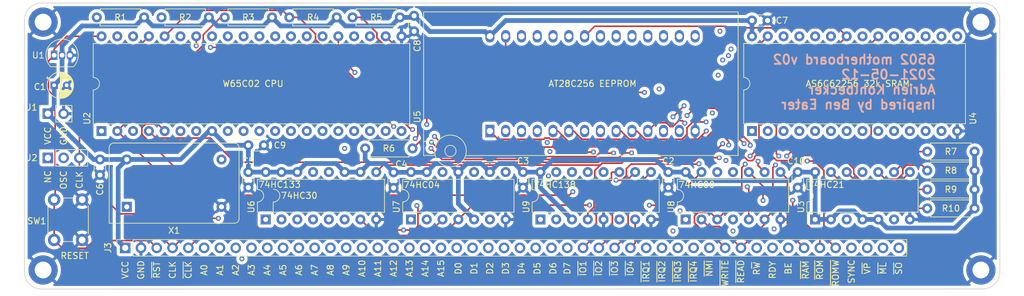
<source format=kicad_pcb>
(kicad_pcb (version 20211014) (generator pcbnew)
  (layers (0 "F.Cu" signal) (1 "In1.Cu" signal) (2 "In2.Cu" signal) (31 "B.Cu" power) (34 "B.Paste" user) (35 "F.Paste" user) (36 "B.SilkS" user "B.Silkscreen") (37 "F.SilkS" user "F.Silkscreen") (38 "B.Mask" user) (39 "F.Mask" user) (44 "Edge.Cuts" user))
  (net 0 "")
  (net 1 "GND")
  (net 2 "VCC")
  (net 3 "Net-(J2-Pad2)")
  (net 4 "/d7")
  (net 5 "/d6")
  (net 6 "/d5")
  (net 7 "/d4")
  (net 8 "/d3")
  (net 9 "/d2")
  (net 10 "/d1")
  (net 11 "/d0")
  (net 12 "/a15")
  (net 13 "/a14")
  (net 14 "/a13")
  (net 15 "/a12")
  (net 16 "/a11")
  (net 17 "/a10")
  (net 18 "/a9")
  (net 19 "/a8")
  (net 20 "/a7")
  (net 21 "/a6")
  (net 22 "/a5")
  (net 23 "/a4")
  (net 24 "/a3")
  (net 25 "/a2")
  (net 26 "/a1")
  (net 27 "/a0")
  (net 28 "Net-(U8-Pad1)")
  (net 43 "Net-(U9-Pad4)")
  (net 44 "/CLK")
  (net 45 "/~{READ}")
  (net 46 "/~{WRITE}")
  (net 47 "/NMI")
  (net 48 "/IRQ4")
  (net 49 "/IRQ3")
  (net 50 "/IRQ2")
  (net 51 "/IRQ1")
  (net 52 "/IO4")
  (net 53 "/IO3")
  (net 54 "/IO2")
  (net 55 "/IO1")
  (net 56 "/~{CLK}")
  (net 57 "/RST")
  (net 58 "/RW")
  (net 59 "/RDY")
  (net 60 "/BE")
  (net 61 "/RAM_~{CS}")
  (net 62 "/ROM_~{CS}")
  (net 63 "/ROM_~{WE}")
  (net 64 "/SYNC")
  (net 65 "/VP")
  (net 66 "/SO")
  (net 67 "/ML")
  (net 68 "/IRQ")
  (footprint "Capacitor_THT:CP_Radial_D4.0mm_P2.00mm" (layer "F.Cu") (at 62.738 94.742)
    (fp_text reference "C1")
    (fp_text value "1uF")
  )
  (footprint "Capacitor_THT:C_Disc_D3.0mm_W1.6mm_P2.50mm" (layer "F.Cu") (at 161.544 108.712 -90)
    (fp_text reference "C2")
    (fp_text value "0.1uF")
  )
  (footprint "Capacitor_THT:C_Disc_D3.0mm_W1.6mm_P2.50mm" (layer "F.Cu") (at 138.176 108.712 -90)
    (fp_text reference "C3")
    (fp_text value "0.1uF")
  )
  (footprint "Capacitor_THT:C_Disc_D3.0mm_W1.6mm_P2.50mm" (layer "F.Cu") (at 117.348 108.752 -90)
    (fp_text reference "C4")
    (fp_text value "0.1uF")
  )
  (footprint "Capacitor_THT:C_Disc_D3.0mm_W1.6mm_P2.50mm" (layer "F.Cu") (at 93.98 108.712 -90)
    (fp_text reference "C5")
    (fp_text value "0.1uF")
  )
  (footprint "Capacitor_THT:C_Disc_D3.0mm_W1.6mm_P2.50mm" (layer "F.Cu") (at 70.104 106.68 -90)
    (fp_text reference "C6")
    (fp_text value "0.1uF")
  )
  (footprint "Capacitor_THT:C_Disc_D3.0mm_W1.6mm_P2.50mm" (layer "F.Cu") (at 175.006 84.328)
    (fp_text reference "C7")
    (fp_text value "0.1uF")
  )
  (footprint "Capacitor_THT:C_Disc_D3.0mm_W1.6mm_P2.50mm" (layer "F.Cu") (at 120.65 83.566 -90)
    (fp_text reference "C8")
    (fp_text value "0.1uF")
  )
  (footprint "Capacitor_THT:C_Disc_D3.0mm_W1.6mm_P2.50mm" (layer "F.Cu") (at 93.98 104.394)
    (fp_text reference "C9")
    (fp_text value "0.1uF")
  )
  (footprint "Capacitor_THT:C_Disc_D3.0mm_W1.6mm_P2.50mm" (layer "F.Cu") (at 182.372 108.712 -90)
    (fp_text reference "C10")
    (fp_text value "0.1uF")
  )
  (footprint "Connector_PinSocket_2.54mm:PinSocket_1x03_P2.54mm_Vertical" (layer "F.Cu") (at 61.722 106.426 90)
    (fp_text reference "J2")
    (fp_text value "CLK_IN")
  )
  (footprint "Resistor_THT:R_Axial_DIN0207_L6.3mm_D2.5mm_P7.62mm_Horizontal" (layer "F.Cu") (at 80.01 83.82)
    (fp_text reference "R2")
    (fp_text value "10K")
  )
  (footprint "Resistor_THT:R_Axial_DIN0207_L6.3mm_D2.5mm_P7.62mm_Horizontal" (layer "F.Cu") (at 90.17 83.82)
    (fp_text reference "R3")
    (fp_text value "10K")
  )
  (footprint "Resistor_THT:R_Axial_DIN0207_L6.3mm_D2.5mm_P7.62mm_Horizontal" (layer "F.Cu") (at 100.584 83.82)
    (fp_text reference "R4")
    (fp_text value "10K")
  )
  (footprint "Resistor_THT:R_Axial_DIN0207_L6.3mm_D2.5mm_P7.62mm_Horizontal" (layer "F.Cu") (at 110.744 83.82)
    (fp_text reference "R5")
    (fp_text value "10K")
  )
  (footprint "Resistor_THT:R_Axial_DIN0207_L6.3mm_D2.5mm_P7.62mm_Horizontal" (layer "F.Cu") (at 112.776 104.902)
    (fp_text reference "R6")
    (fp_text value "10K")
  )
  (footprint "Resistor_THT:R_Axial_DIN0207_L6.3mm_D2.5mm_P7.62mm_Horizontal" (layer "F.Cu") (at 203.2 105.41)
    (fp_text reference "R7")
    (fp_text value "10K")
  )
  (footprint "Resistor_THT:R_Axial_DIN0207_L6.3mm_D2.5mm_P7.62mm_Horizontal" (layer "F.Cu") (at 203.2 108.458)
    (fp_text reference "R8")
    (fp_text value "10K")
  )
  (footprint "Resistor_THT:R_Axial_DIN0207_L6.3mm_D2.5mm_P7.62mm_Horizontal" (layer "F.Cu") (at 203.2 111.506)
    (fp_text reference "R9")
    (fp_text value "10K")
  )
  (footprint "Resistor_THT:R_Axial_DIN0207_L6.3mm_D2.5mm_P7.62mm_Horizontal" (layer "F.Cu") (at 203.2 114.554)
    (fp_text reference "R10")
    (fp_text value "10K")
  )
  (footprint "Button_Switch_THT:SW_PUSH_6mm" (layer "F.Cu") (at 62.738 119.634 90)
    (fp_text reference "SW1")
    (fp_text value "RESET")
  )
  (footprint "Package_TO_SOT_THT:TO-92_Inline" (layer "F.Cu") (at 62.738 89.916)
    (fp_text reference "U1")
    (fp_text value "DS1813")
  )
  (footprint "Package_DIP:DIP-40_W15.24mm" (layer "F.Cu") (at 70.358 102.108 90)
    (fp_text reference "U2")
    (fp_text value "W65C02SxP")
  )
  (footprint "Package_DIP:DIP-28_W15.24mm" (layer "F.Cu") (at 175.006 102.108 90)
    (fp_text reference "U4")
    (fp_text value "CY62256-70PC")
  )
  (footprint "Socket:DIP_Socket-28_W11.9_W12.7_W15.24_W17.78_W18.5_3M_228-1277-00-0602J" (layer "F.Cu") (at 132.842 102.108 90)
    (fp_text reference "U5")
    (fp_text value "28C256")
  )
  (footprint "Package_DIP:DIP-16_W7.62mm" (layer "F.Cu") (at 96.774 116.332 90)
    (fp_text reference "U6")
    (fp_text value "74HC133")
  )
  (footprint "Package_DIP:DIP-14_W7.62mm" (layer "F.Cu") (at 120.142 116.332 90)
    (fp_text reference "U7")
    (fp_text value "74HC04")
  )
  (footprint "Package_DIP:DIP-14_W7.62mm" (layer "F.Cu") (at 164.338 116.332 90)
    (fp_text reference "U8")
    (fp_text value "74HC00")
  )
  (footprint "Package_DIP:DIP-16_W7.62mm" (layer "F.Cu") (at 140.97 116.332 90)
    (fp_text reference "U9")
    (fp_text value "74HC138")
  )
  (footprint "Oscillator:Oscillator_DIP-14" (layer "F.Cu") (at 74.422 114.3)
    (fp_text reference "X1")
    (fp_text value "ACO-xxxMHz")
  )
  (footprint "AK's_Footprints:PinSocket_1x50_P2.54mm_Vertical" (layer "F.Cu") (at 74.168 120.904 90)
    (fp_text reference "J3")
    (fp_text value "Conn_01x50")
  )
  (footprint "Package_DIP:DIP-14_W7.62mm" (layer "F.Cu") (at 185.166 116.332 90)
    (fp_text reference "U3")
    (fp_text value "74HC21")
  )
  (footprint "Connector_PinSocket_2.54mm:PinSocket_1x02_P2.54mm_Vertical" (layer "F.Cu") (at 61.722 99.314 90)
    (fp_text reference "J1")
    (fp_text value "PWR_IN")
  )
  (footprint "MountingHole:MountingHole_2.7mm_M2.5_DIN965_Pad" (layer "F.Cu") (at 211.836 84.582)
    (fp_text reference "H1" hide)
    (fp_text value "MountingHole_Pad")
  )
  (footprint "MountingHole:MountingHole_2.7mm_M2.5_DIN965_Pad" (layer "F.Cu") (at 60.96 84.582)
    (fp_text reference "H2" hide)
    (fp_text value "MountingHole_Pad")
  )
  (footprint "MountingHole:MountingHole_2.7mm_M2.5_DIN965_Pad" (layer "F.Cu") (at 211.836 124.46)
    (fp_text reference "H3" hide)
    (fp_text value "MountingHole_Pad")
  )
  (footprint "MountingHole:MountingHole_2.7mm_M2.5_DIN965_Pad" (layer "F.Cu") (at 60.96 124.46)
    (fp_text reference "H4" hide)
    (fp_text value "MountingHole_Pad")
  )
  (footprint "Resistor_THT:R_Axial_DIN0207_L6.3mm_D2.5mm_P7.62mm_Horizontal" (layer "F.Cu") (at 69.596 83.82)
    (fp_text reference "R1")
    (fp_text value "10K")
  )
  (gr_arc (start 98.0186 111.470617) (mid 99.044438 112.513901) (end 97.984002 113.521999) (layer "F.SilkS") (width 0.12))
  (gr_line (start 97.984002 113.521999) (end 97.9678 115.1636) (layer "F.SilkS") (width 0.12))
  (gr_line (start 57.96 84.28) (end 57.96 124.762) (layer "Edge.Cuts") (width 0.12))
  (gr_line (start 212.114 127.508) (end 60.73 127.532) (layer "Edge.Cuts") (width 0.12))
  (gr_arc (start 57.96 84.28) (mid 58.771314 82.321314) (end 60.73 81.51) (layer "Edge.Cuts") (width 0.12))
  (gr_arc (start 212.09 81.51) (mid 214.048686 82.321314) (end 214.86 84.28) (layer "Edge.Cuts") (width 0.12))
  (gr_arc (start 214.884 124.738) (mid 214.072686 126.696686) (end 212.114 127.508) (layer "Edge.Cuts") (width 0.12))
  (gr_line (start 60.73 81.51) (end 212.09 81.51) (layer "Edge.Cuts") (width 0.12))
  (gr_arc (start 60.73 127.532) (mid 58.771314 126.720686) (end 57.96 124.762) (layer "Edge.Cuts") (width 0.12))
  (gr_line (start 214.86 84.28) (end 214.884 124.738) (layer "Edge.Cuts") (width 0.12))
  (gr_text "6502 motherboard v02\n2021-05-12\nAdrien Kohlbecker\nInspired by Ben Eater" (at 204.724 94.234) (layer "B.SilkS") (effects (font (size 1.5 1.5) (thickness 0.3)) (justify left mirror)))
  (gr_text "A1" (at 89.408 124.46 90) (layer "F.SilkS") (effects (font (size 1 1))))
  (gr_text "~{ML}" (at 196.088 124.206 90) (layer "F.SilkS") (effects (font (size 1 1))))
  (gr_text "SYNC" (at 191.008 124.714 90) (layer "F.SilkS") (effects (font (size 1 1))))
  (gr_text "~{VP}" (at 193.548 124.206 90) (layer "F.SilkS") (effects (font (size 1 1))))
  (gr_text "~{ROM}" (at 185.928 124.46 90) (layer "F.SilkS") (effects (font (size 1 1))))
  (gr_text "~{RAM}" (at 183.642 124.46 90) (layer "F.SilkS") (effects (font (size 1 1))))
  (gr_text "~{ROMW}" (at 188.468 124.968 90) (layer "F.SilkS") (effects (font (size 1 1))))
  (gr_text "BE" (at 180.848 124.206 90) (layer "F.SilkS") (effects (font (size 1 1))))
  (gr_text "~{SO}" (at 198.628 124.206 90) (layer "F.SilkS") (effects (font (size 1 1))))
  (gr_text "W65C02 CPU" (at 94.742 94.488) (layer "F.SilkS") (effects (font (size 1 1))))
  (gr_text "D2" (at 132.842 124.206 90) (layer "F.SilkS") (effects (font (size 1 1))))
  (gr_text "74HC30" (at 102.1588 112.4966) (layer "F.SilkS") (effects (font (size 1 1))))
  (gr_text "VCC" (at 74.168 124.46 90) (layer "F.SilkS") (effects (font (size 1 1))))
  (gr_text "~{CLK}" (at 84.328 124.46 90) (layer "F.SilkS") (effects (font (size 1 1))))
  (gr_text "~{READ}" (at 173.228 124.714 90) (layer "F.SilkS") (effects (font (size 1 1))))
  (gr_text "A15" (at 124.968 124.206 90) (layer "F.SilkS") (effects (font (size 1 1))))
  (gr_text "RESET" (at 66.04 122.174) (layer "F.SilkS") (effects (font (size 1 1))))
  (gr_text "D0" (at 127.762 124.206 90) (layer "F.SilkS") (effects (font (size 1 1))))
  (gr_text "A13" (at 119.888 124.206 90) (layer "F.SilkS") (effects (font (size 1 1))))
  (gr_text "A14" (at 122.428 124.206 90) (layer "F.SilkS") (effects (font (size 1 1))))
  (gr_text "R~{W}" (at 175.768 124.206 90) (layer "F.SilkS") (effects (font (size 1 1))))
  (gr_text "74HC04" (at 121.8692 110.7694) (layer "F.SilkS") (effects (font (size 1 1))))
  (gr_text "A3" (at 94.488 124.46 90) (layer "F.SilkS") (effects (font (size 1 1))))
  (gr_text "~{WRITE}" (at 170.688 124.968 90) (layer "F.SilkS") (effects (font (size 1 1))))
  (gr_text "A5" (at 99.568 124.46 90) (layer "F.SilkS") (effects (font (size 1 1))))
  (gr_text "~{IO1}" (at 147.828 124.206 90) (layer "F.SilkS") (effects (font (size 1 1))))
  (gr_text "GND" (at 64.262 102.87 90) (layer "F.SilkS") (effects (font (size 1 1))))
  (gr_text "A10" (at 112.268 124.206 90) (layer "F.SilkS") (effects (font (size 1 1))))
  (gr_text "OSC" (at 64.262 109.982 90) (layer "F.SilkS") (effects (font (size 1 1))))
  (gr_text "AS6C62256 32k SRAM" (at 192.024 94.488) (layer "F.SilkS") (effects (font (size 1 1))))
  (gr_text "~{IRQ2}" (at 160.528 124.714 90) (layer "F.SilkS") (effects (font (size 1 1))))
  (gr_text "~{RST}" (at 79.248 124.46 90) (layer "F.SilkS") (effects (font (size 1 1))))
  (gr_text "D6" (at 143.002 124.206 90) (layer "F.SilkS") (effects (font (size 1 1))))
  (gr_text "CLK" (at 66.802 109.982 90) (layer "F.SilkS") (effects (font (size 1 1))))
  (gr_text "~{IO3}" (at 152.908 124.206 90) (layer "F.SilkS") (effects (font (size 1 1))))
  (gr_text "D3" (at 135.382 124.206 90) (layer "F.SilkS") (effects (font (size 1 1))))
  (gr_text "A11" (at 114.808 124.206 90) (layer "F.SilkS") (effects (font (size 1 1))))
  (gr_text "~{IO4}" (at 155.448 124.206 90) (layer "F.SilkS") (effects (font (size 1 1))))
  (gr_text "~{IRQ4}" (at 165.608 124.714 90) (layer "F.SilkS") (effects (font (size 1 1))))
  (gr_text "A0" (at 86.868 124.46 90) (layer "F.SilkS") (effects (font (size 1 1))))
  (gr_text "VCC" (at 61.722 102.87 90) (layer "F.SilkS") (effects (font (size 1 1))))
  (gr_text "D5" (at 140.462 124.206 90) (layer "F.SilkS") (effects (font (size 1 1))))
  (gr_text "74HC21" (at 186.944 110.744) (layer "F.SilkS") (effects (font (size 1 1))))
  (gr_text "74HC138" (at 143.256 110.744) (layer "F.SilkS") (effects (font (size 1 1))))
  (gr_text "74HC00" (at 166.116 110.744) (layer "F.SilkS") (effects (font (size 1 1))))
  (gr_text "A9" (at 109.728 124.46 90) (layer "F.SilkS") (effects (font (size 1 1))))
  (gr_text "A4" (at 97.028 124.46 90) (layer "F.SilkS") (effects (font (size 1 1))))
  (gr_text "D1" (at 130.302 124.206 90) (layer "F.SilkS") (effects (font (size 1 1))))
  (gr_text "~{NMI}" (at 168.148 124.206 90) (layer "F.SilkS") (effects (font (size 1 1))))
  (gr_text "GND" (at 76.708 124.46 90) (layer "F.SilkS") (effects (font (size 1 1))))
  (gr_text "NC" (at 61.722 109.474 90) (layer "F.SilkS") (effects (font (size 1 1))))
  (gr_text "A12" (at 117.348 124.206 90) (layer "F.SilkS") (effects (font (size 1 1))))
  (gr_text "A7" (at 104.648 124.46 90) (layer "F.SilkS") (effects (font (size 1 1))))
  (gr_text "A8" (at 107.188 124.46 90) (layer "F.SilkS") (effects (font (size 1 1))))
  (gr_text "RDY" (at 178.308 124.46 90) (layer "F.SilkS") (effects (font (size 1 1))))
  (gr_text "~{IO2}" (at 150.368 124.206 90) (layer "F.SilkS") (effects (font (size 1 1))))
  (gr_text "D4" (at 137.922 124.206 90) (layer "F.SilkS") (effects (font (size 1 1))))
  (gr_text "AT28C256 EEPROM" (at 149.352 94.488) (layer "F.SilkS") (effects (font (size 1 1))))
  (gr_text "CLK" (at 81.788 124.46 90) (layer "F.SilkS") (effects (font (size 1 1))))
  (gr_text "~{IRQ1}" (at 157.988 124.714 90) (layer "F.SilkS") (effects (font (size 1 1))))
  (gr_text "A6" (at 102.108 124.46 90) (layer "F.SilkS") (effects (font (size 1 1))))
  (gr_text "D7" (at 145.288 124.206 90) (layer "F.SilkS") (effects (font (size 1 1))))
  (gr_text "~{IRQ3}" (at 163.068 124.714 90) (layer "F.SilkS") (effects (font (size 1 1))))
  (gr_text "74HC133" (at 99.0092 110.7186) (layer "F.SilkS") (effects (font (size 1 1))))
  (gr_text "A2" (at 91.948 124.46 90) (layer "F.SilkS") (effects (font (size 1 1))))
  (segment (start 138.176 108.712) (end 140.97 108.712) (width 0.762) (layer "B.Cu") (net 2))
  (segment (start 96.408999 85.201001) (end 97.79 83.82) (width 0.762) (layer "B.Cu") (net 2))
  (segment (start 196.707001 117.713001) (end 207.660999 117.713001) (width 0.762) (layer "B.Cu") (net 2))
  (segment (start 69.088 106.68) (end 70.104 106.68) (width 0.762) (layer "B.Cu") (net 2))
  (segment (start 195.326 116.332) (end 196.707001 117.713001) (width 0.762) (layer "B.Cu") (net 2))
  (segment (start 62.738 98.298) (end 61.722 99.314) (width 0.762) (layer "B.Cu") (net 2))
  (segment (start 175.006 84.328) (end 135.382 84.328) (width 0.762) (layer "B.Cu") (net 2))
  (segment (start 187.706 116.332) (end 189.087001 114.950999) (width 0.762) (layer "B.Cu") (net 2))
  (segment (start 108.092999 107.330999) (end 109.474 108.712) (width 0.762) (layer "B.Cu") (net 2))
  (segment (start 61.722 99.314) (end 69.088 106.68) (width 0.762) (layer "B.Cu") (net 2))
  (segment (start 90.424 104.394) (end 88.138 102.108) (width 0.762) (layer "B.Cu") (net 2))
  (segment (start 120.65 83.566) (end 123.19 86.106) (width 0.762) (layer "B.Cu") (net 2))
  (segment (start 87.641882 102.108) (end 88.138 102.108) (width 0.762) (layer "B.Cu") (net 2))
  (segment (start 189.087001 114.950999) (end 191.404999 114.950999) (width 0.762) (layer "B.Cu") (net 2))
  (segment (start 62.738 94.742) (end 62.738 98.298) (width 0.762) (layer "B.Cu") (net 2))
  (segment (start 140.97 108.712) (end 140.97 111.252) (width 0.762) (layer "B.Cu") (net 2))
  (segment (start 127.762 108.712) (end 129.143001 107.330999) (width 0.762) (layer "B.Cu") (net 2))
  (segment (start 127.762 113.792) (end 130.302 116.332) (width 0.762) (layer "B.Cu") (net 2))
  (segment (start 112.776 104.902) (end 112.776 106.711998) (width 0.762) (layer "B.Cu") (net 2))
  (segment (start 191.404999 114.950999) (end 192.786 116.332) (width 0.762) (layer "B.Cu") (net 2))
  (segment (start 122.682 108.712) (end 124.063001 107.330999) (width 0.762) (layer "B.Cu") (net 2))
  (segment (start 182.372 108.712) (end 185.166 108.712) (width 0.762) (layer "B.Cu") (net 2))
  (segment (start 185.166 116.332) (end 187.706 116.332) (width 0.762) (layer "B.Cu") (net 2))
  (segment (start 135.382 84.328) (end 132.842 86.868) (width 0.762) (layer "B.Cu") (net 2))
  (segment (start 132.842 108.712) (end 134.223001 107.330999) (width 0.762) (layer "B.Cu") (net 2))
  (segment (start 74.168 120.904) (end 73.040999 119.776999) (width 0.762) (layer "B.Cu") (net 2))
  (segment (start 165.719001 110.093001) (end 180.990999 110.093001) (width 0.762) (layer "B.Cu") (net 2))
  (segment (start 207.660999 117.713001) (end 210.82 114.554) (width 0.762) (layer "B.Cu") (net 2))
  (segment (start 129.143001 107.330999) (end 131.460999 107.330999) (width 0.762) (layer "B.Cu") (net 2))
  (segment (start 122.642 108.752) (end 122.682 108.712) (width 0.762) (layer "B.Cu") (net 2))
  (segment (start 75.834999 85.201001) (end 77.216 83.82) (width 0.762) (layer "B.Cu") (net 2))
  (segment (start 120.396 83.82) (end 120.65 83.566) (width 0.762) (layer "B.Cu") (net 2))
  (segment (start 64.008 93.472) (end 62.738 94.742) (width 0.762) (layer "B.Cu") (net 2))
  (segment (start 106.822999 85.201001) (end 108.204 83.82) (width 0.762) (layer "B.Cu") (net 2))
  (segment (start 103.235001 107.330999) (end 108.092999 107.330999) (width 0.762) (layer "B.Cu") (net 2))
  (segment (start 74.422 106.68) (end 83.069882 106.68) (width 0.762) (layer "B.Cu") (net 2))
  (segment (start 112.776 106.711998) (end 113.395001 107.330999) (width 0.762) (layer "B.Cu") (net 2))
  (segment (start 87.63 83.82) (end 89.011001 85.201001) (width 0.762) (layer "B.Cu") (net 2))
  (segment (start 131.460999 107.330999) (end 132.842 108.712) (width 0.762) (layer "B.Cu") (net 2))
  (segment (start 118.364 83.82) (end 120.396 83.82) (width 0.762) (layer "B.Cu") (net 2))
  (segment (start 109.474 108.712) (end 112.014 108.712) (width 0.762) (layer "B.Cu") (net 2))
  (segment (start 99.171001 85.201001) (end 106.822999 85.201001) (width 0.762) (layer "B.Cu") (net 2))
  (segment (start 113.395001 107.330999) (end 115.926999 107.330999) (width 0.762) (layer "B.Cu") (net 2))
  (segment (start 142.967001 106.714999) (end 159.546999 106.714999) (width 0.762) (layer "B.Cu") (net 2))
  (segment (start 117.348 108.752) (end 122.642 108.752) (width 0.762) (layer "B.Cu") (net 2))
  (segment (start 134.223001 107.330999) (end 136.794999 107.330999) (width 0.762) (layer "B.Cu") (net 2))
  (segment (start 180.990999 110.093001) (end 182.372 108.712) (width 0.762) (layer "B.Cu") (net 2))
  (segment (start 64.008 89.916) (end 64.008 93.472) (width 0.762) (layer "B.Cu") (net 2))
  (segment (start 93.98 104.394) (end 90.424 104.394) (width 0.762) (layer "B.Cu") (net 2))
  (segment (start 124.063001 107.330999) (end 126.380999 107.330999) (width 0.762) (layer "B.Cu") (net 2))
  (segment (start 175.006 86.868) (end 175.006 84.328) (width 0.762) (layer "B.Cu") (net 2))
  (segment (start 109.585001 85.201001) (end 116.982999 85.201001) (width 0.762) (layer "B.Cu") (net 2))
  (segment (start 127.762 108.712) (end 127.762 113.792) (width 0.762) (layer "B.Cu") (net 2))
  (segment (start 78.597001 85.201001) (end 86.248999 85.201001) (width 0.762) (layer "B.Cu") (net 2))
  (segment (start 115.926999 107.330999) (end 117.348 108.752) (width 0.762) (layer "B.Cu") (net 2))
  (segment (start 112.014 108.712) (end 113.395001 107.330999) (width 0.762) (layer "B.Cu") (net 2))
  (segment (start 101.854 108.712) (end 103.235001 107.330999) (width 0.762) (layer "B.Cu") (net 2))
  (segment (start 73.040999 108.061001) (end 74.422 106.68) (width 0.762) (layer "B.Cu") (net 2))
  (segment (start 132.08 86.106) (end 132.842 86.868) (width 0.762) (layer "B.Cu") (net 2))
  (segment (start 89.011001 85.201001) (end 96.408999 85.201001) (width 0.762) (layer "B.Cu") (net 2))
  (segment (start 164.338 108.712) (end 165.719001 110.093001) (width 0.762) (layer "B.Cu") (net 2))
  (segment (start 116.982999 85.201001) (end 118.364 83.82) (width 0.762) (layer "B.Cu") (net 2))
  (segment (start 64.008 89.916) (end 64.008 88.404) (width 0.762) (layer "B.Cu") (net 2))
  (segment (start 93.98 108.712) (end 93.98 104.394) (width 0.762) (layer "B.Cu") (net 2))
  (segment (start 118.364 83.82) (end 120.904 83.82) (width 0.762) (layer "B.Cu") (net 2))
  (segment (start 159.546999 106.714999) (end 161.544 108.712) (width 0.762) (layer "B.Cu") (net 2))
  (segment (start 97.79 83.82) (end 99.171001 85.201001) (width 0.762) (layer "B.Cu") (net 2))
  (segment (start 161.544 108.712) (end 164.338 108.712) (width 0.762) (layer "B.Cu") (net 2))
  (segment (start 93.98 108.712) (end 101.854 108.712) (width 0.762) (layer "B.Cu") (net 2))
  (segment (start 123.19 86.106) (end 132.08 86.106) (width 0.762) (layer "B.Cu") (net 2))
  (segment (start 140.97 111.252) (end 146.05 116.332) (width 0.762) (layer "B.Cu") (net 2))
  (segment (start 73.040999 119.776999) (end 73.040999 108.061001) (width 0.762) (layer "B.Cu") (net 2))
  (segment (start 136.794999 107.330999) (end 138.176 108.712) (width 0.762) (layer "B.Cu") (net 2))
  (segment (start 108.204 83.82) (end 109.585001 85.201001) (width 0.762) (layer "B.Cu") (net 2))
  (segment (start 64.008 88.404) (end 67.210999 85.201001) (width 0.762) (layer "B.Cu") (net 2))
  (segment (start 185.166 108.712) (end 185.166 116.332) (width 0.762) (layer "B.Cu") (net 2))
  (segment (start 192.786 116.332) (end 195.326 116.332) (width 0.762) (layer "B.Cu") (net 2))
  (segment (start 67.210999 85.201001) (end 75.834999 85.201001) (width 0.762) (layer "B.Cu") (net 2))
  (segment (start 86.248999 85.201001) (end 87.63 83.82) (width 0.762) (layer "B.Cu") (net 2))
  (segment (start 126.380999 107.330999) (end 127.762 108.712) (width 0.762) (layer "B.Cu") (net 2))
  (segment (start 210.82 114.554) (end 210.82 105.41) (width 0.762) (layer "B.Cu") (net 2))
  (segment (start 70.104 106.68) (end 74.422 106.68) (width 0.762) (layer "B.Cu") (net 2))
  (segment (start 83.069882 106.68) (end 87.641882 102.108) (width 0.762) (layer "B.Cu") (net 2))
  (segment (start 140.97 108.712) (end 142.967001 106.714999) (width 0.762) (layer "B.Cu") (net 2))
  (segment (start 77.216 83.82) (end 78.597001 85.201001) (width 0.762) (layer "B.Cu") (net 2))
  (via (at 169.854914 86.047063) (size 0.8) (drill 0.4) (layers "F.Cu" "B.Cu") (net 4))
  (via (at 171.634012 88.929644) (size 0.8) (drill 0.4) (layers "F.Cu" "B.Cu") (net 5))
  (via (at 171.216983 89.979036) (size 0.8) (drill 0.4) (layers "F.Cu" "B.Cu") (net 6))
  (via (at 170.293845 90.678008) (size 0.8) (drill 0.4) (layers "F.Cu" "B.Cu") (net 7))
  (via (at 169.566835 93.124983) (size 0.8) (drill 0.4) (layers "F.Cu" "B.Cu") (net 8))
  (segment (start 164.084 98.044) (end 162.306 99.822) (width 0.254) (layer "F.Cu") (net 10))
  (via (at 162.306 99.822) (size 0.8) (drill 0.4) (layers "F.Cu" "B.Cu") (net 10))
  (via (at 164.084 98.044) (size 0.8) (drill 0.4) (layers "F.Cu" "B.Cu") (net 10))
  (segment (start 162.27499 101.394315) (end 163.226665 100.44264) (width 0.254) (layer "F.Cu") (net 11))
  (segment (start 161.236979 100.780991) (end 161.850303 101.394315) (width 0.254) (layer "F.Cu") (net 11))
  (segment (start 163.800334 100.44264) (end 164.200333 100.842639) (width 0.254) (layer "F.Cu") (net 11))
  (segment (start 161.850303 101.394315) (end 162.27499 101.394315) (width 0.254) (layer "F.Cu") (net 11))
  (segment (start 158.242 102.108) (end 159.569009 100.780991) (width 0.254) (layer "F.Cu") (net 11))
  (segment (start 163.226665 100.44264) (end 163.800334 100.44264) (width 0.254) (layer "F.Cu") (net 11))
  (segment (start 159.569009 100.780991) (end 161.236979 100.780991) (width 0.254) (layer "F.Cu") (net 11))
  (via (at 164.200333 100.842639) (size 0.8) (drill 0.4) (layers "F.Cu" "B.Cu") (net 11))
  (segment (start 108.458 90.010624) (end 108.458 86.868) (width 0.25) (layer "F.Cu") (net 12))
  (segment (start 111.122376 92.675) (end 108.458 90.010624) (width 0.25) (layer "F.Cu") (net 12))
  (via (at 109.474 104.902) (size 0.8) (drill 0.4) (layers "F.Cu" "B.Cu") (net 12))
  (via (at 111.122376 92.675) (size 0.8) (drill 0.4) (layers "F.Cu" "B.Cu") (net 12))
  (segment (start 169.63234 104.797041) (end 170.286349 104.143032) (width 0.254) (layer "F.Cu") (net 13))
  (segment (start 154.704144 104.797043) (end 156.602082 104.797043) (width 0.254) (layer "F.Cu") (net 13))
  (segment (start 145.679237 104.648) (end 154.555101 104.648) (width 0.254) (layer "F.Cu") (net 13))
  (segment (start 134.16901 103.43501) (end 141.506278 103.43501) (width 0.254) (layer "F.Cu") (net 13))
  (segment (start 142.568315 103.43501) (end 144.466247 103.43501) (width 0.254) (layer "F.Cu") (net 13))
  (segment (start 141.712301 103.228987) (end 142.362292 103.228987) (width 0.254) (layer "F.Cu") (net 13))
  (segment (start 156.602082 104.797043) (end 157.05609 105.251051) (width 0.254) (layer "F.Cu") (net 13))
  (segment (start 144.466247 103.43501) (end 145.679237 104.648) (width 0.254) (layer "F.Cu") (net 13))
  (segment (start 132.842 102.108) (end 134.16901 103.43501) (width 0.254) (layer "F.Cu") (net 13))
  (segment (start 154.555101 104.648) (end 154.704144 104.797043) (width 0.254) (layer "F.Cu") (net 13))
  (segment (start 165.235417 105.251051) (end 165.689427 104.797041) (width 0.254) (layer "F.Cu") (net 13))
  (segment (start 141.506278 103.43501) (end 141.712301 103.228987) (width 0.254) (layer "F.Cu") (net 13))
  (segment (start 142.362292 103.228987) (end 142.568315 103.43501) (width 0.254) (layer "F.Cu") (net 13))
  (segment (start 165.689427 104.797041) (end 169.63234 104.797041) (width 0.254) (layer "F.Cu") (net 13))
  (segment (start 157.05609 105.251051) (end 165.235417 105.251051) (width 0.254) (layer "F.Cu") (net 13))
  (via (at 170.286349 104.143032) (size 0.8) (drill 0.4) (layers "F.Cu" "B.Cu") (net 13))
  (segment (start 122.682 93.472) (end 122.682 101.053998) (width 0.254) (layer "F.Cu") (net 15))
  (segment (start 118.950048 118.031952) (end 113.713952 118.031952) (width 0.254) (layer "F.Cu") (net 15))
  (segment (start 120.63065 118.031952) (end 121.269001 117.393601) (width 0.254) (layer "F.Cu") (net 15))
  (segment (start 121.269001 117.393601) (end 121.269001 114.279174) (width 0.254) (layer "F.Cu") (net 15))
  (segment (start 118.950048 118.031952) (end 120.63065 118.031952) (width 0.254) (layer "F.Cu") (net 15))
  (segment (start 113.713952 118.031952) (end 112.014 116.332) (width 0.254) (layer "F.Cu") (net 15))
  (segment (start 116.078 86.868) (end 122.682 93.472) (width 0.254) (layer "F.Cu") (net 15))
  (segment (start 121.269001 114.279174) (end 121.096913 114.107086) (width 0.254) (layer "F.Cu") (net 15))
  (via (at 121.096913 114.107086) (size 0.8) (drill 0.4) (layers "F.Cu" "B.Cu") (net 15))
  (via (at 142.061251 103.956) (size 0.8) (drill 0.4) (layers "F.Cu" "B.Cu") (net 15))
  (via (at 122.682 101.053998) (size 0.8) (drill 0.4) (layers "F.Cu" "B.Cu") (net 15))
  (via (at 118.950048 118.031952) (size 0.8) (drill 0.4) (layers "F.Cu" "B.Cu") (net 15))
  (segment (start 143.781305 102.108) (end 145.562326 103.889021) (width 0.254) (layer "F.Cu") (net 22))
  (segment (start 143.002 102.108) (end 143.781305 102.108) (width 0.254) (layer "F.Cu") (net 22))
  (segment (start 154.43819 103.889021) (end 154.892201 104.343032) (width 0.254) (layer "F.Cu") (net 22))
  (segment (start 170.023643 102.562011) (end 171.261328 103.799696) (width 0.254) (layer "F.Cu") (net 22))
  (segment (start 145.562326 103.889021) (end 154.43819 103.889021) (width 0.254) (layer "F.Cu") (net 22))
  (segment (start 169.872205 102.562011) (end 170.023643 102.562011) (width 0.254) (layer "F.Cu") (net 22))
  (segment (start 154.892201 104.343032) (end 156.790135 104.343032) (width 0.254) (layer "F.Cu") (net 22))
  (segment (start 157.244146 104.797041) (end 165.047359 104.797041) (width 0.254) (layer "F.Cu") (net 22))
  (segment (start 165.047359 104.797041) (end 165.501368 104.343032) (width 0.254) (layer "F.Cu") (net 22))
  (segment (start 165.501368 104.343032) (end 168.091185 104.343031) (width 0.254) (layer "F.Cu") (net 22))
  (segment (start 171.261328 103.799696) (end 171.261328 104.365381) (width 0.254) (layer "F.Cu") (net 22))
  (segment (start 156.790135 104.343032) (end 157.244146 104.797041) (width 0.254) (layer "F.Cu") (net 22))
  (segment (start 168.091185 104.343031) (end 169.872205 102.562011) (width 0.254) (layer "F.Cu") (net 22))
  (via (at 142.494 105.41) (size 0.8) (drill 0.4) (layers "F.Cu" "B.Cu") (net 22))
  (via (at 171.261328 104.365381) (size 0.8) (drill 0.4) (layers "F.Cu" "B.Cu") (net 22))
  (segment (start 168.72496 102.108) (end 171.704 102.108) (width 0.254) (layer "F.Cu") (net 23))
  (segment (start 145.542 102.108) (end 146.321305 102.108) (width 0.254) (layer "F.Cu") (net 23))
  (segment (start 155.080258 103.889021) (end 156.97819 103.889021) (width 0.254) (layer "F.Cu") (net 23))
  (segment (start 147.648315 103.43501) (end 154.626247 103.43501) (width 0.254) (layer "F.Cu") (net 23))
  (segment (start 156.97819 103.889021) (end 157.432202 104.343031) (width 0.254) (layer "F.Cu") (net 23))
  (segment (start 154.626247 103.43501) (end 155.080258 103.889021) (width 0.254) (layer "F.Cu") (net 23))
  (segment (start 157.432202 104.343031) (end 164.859301 104.343031) (width 0.254) (layer "F.Cu") (net 23))
  (segment (start 171.704 102.108) (end 173.736 104.14) (width 0.254) (layer "F.Cu") (net 23))
  (segment (start 165.313311 103.889021) (end 166.943939 103.889021) (width 0.254) (layer "F.Cu") (net 23))
  (segment (start 146.321305 102.108) (end 147.648315 103.43501) (width 0.254) (layer "F.Cu") (net 23))
  (segment (start 166.943939 103.889021) (end 168.72496 102.108) (width 0.254) (layer "F.Cu") (net 23))
  (segment (start 164.859301 104.343031) (end 165.313311 103.889021) (width 0.254) (layer "F.Cu") (net 23))
  (via (at 142.2578 109.3381) (size 0.8) (drill 0.4) (layers "F.Cu" "B.Cu") (net 23))
  (via (at 173.736 104.14) (size 0.8) (drill 0.4) (layers "F.Cu" "B.Cu") (net 23))
  (via (at 168.628745 99.20969) (size 0.8) (drill 0.4) (layers "F.Cu" "B.Cu") (net 24))
  (via (at 160.070839 95.342009) (size 0.8) (drill 0.4) (layers "F.Cu" "B.Cu") (net 24))
  (segment (start 153.162 102.108) (end 153.941305 102.108) (width 0.254) (layer "F.Cu") (net 26))
  (segment (start 164.671243 103.889021) (end 165.125254 103.43501) (width 0.254) (layer "F.Cu") (net 26))
  (segment (start 155.268315 103.43501) (end 157.166247 103.43501) (width 0.254) (layer "F.Cu") (net 26))
  (segment (start 165.125254 103.43501) (end 166.321977 103.43501) (width 0.254) (layer "F.Cu") (net 26))
  (segment (start 153.941305 102.108) (end 155.268315 103.43501) (width 0.254) (layer "F.Cu") (net 26))
  (segment (start 157.166247 103.43501) (end 157.620258 103.889021) (width 0.254) (layer "F.Cu") (net 26))
  (segment (start 166.321977 103.43501) (end 167.653895 102.103092) (width 0.254) (layer "F.Cu") (net 26))
  (segment (start 157.620258 103.889021) (end 164.671243 103.889021) (width 0.254) (layer "F.Cu") (net 26))
  (via (at 167.653895 102.103092) (size 0.8) (drill 0.4) (layers "F.Cu" "B.Cu") (net 26))
  (segment (start 163.755685 103.43501) (end 164.549294 102.641401) (width 0.254) (layer "F.Cu") (net 27))
  (segment (start 164.549294 101.56964) (end 165.469843 100.649091) (width 0.254) (layer "F.Cu") (net 27))
  (segment (start 156.481305 102.108) (end 157.808315 103.43501) (width 0.254) (layer "F.Cu") (net 27))
  (segment (start 155.702 102.108) (end 156.481305 102.108) (width 0.254) (layer "F.Cu") (net 27))
  (segment (start 165.469843 100.649091) (end 167.625421 100.649091) (width 0.254) (layer "F.Cu") (net 27))
  (segment (start 164.549294 102.641401) (end 164.549294 101.56964) (width 0.254) (layer "F.Cu") (net 27))
  (segment (start 157.808315 103.43501) (end 163.755685 103.43501) (width 0.254) (layer "F.Cu") (net 27))
  (via (at 167.625421 100.649091) (size 0.8) (drill 0.4) (layers "F.Cu" "B.Cu") (net 27))
  (segment (start 115.681001 107.584999) (end 114.554 108.712) (width 0.254) (layer "F.Cu") (net 43))
  (segment (start 150.589039 107.584999) (end 115.681001 107.584999) (width 0.254) (layer "F.Cu") (net 43))
  (segment (start 177.038 108.712) (end 175.979869 107.653869) (width 0.254) (layer "F.Cu") (net 43))
  (segment (start 150.589039 107.584999) (end 150.89265 107.281388) (width 0.254) (layer "F.Cu") (net 43))
  (segment (start 149.717001 112.022933) (end 149.717001 108.457037) (width 0.254) (layer "F.Cu") (net 43))
  (segment (start 149.717001 108.457037) (end 150.677019 107.497019) (width 0.254) (layer "F.Cu") (net 43))
  (segment (start 149.59927 114.331487) (end 149.59927 112.140664) (width 0.254) (layer "F.Cu") (net 43))
  (segment (start 148.59 115.340757) (end 149.59927 114.331487) (width 0.254) (layer "F.Cu") (net 43))
  (segment (start 150.677019 107.497019) (end 150.589039 107.584999) (width 0.254) (layer "F.Cu") (net 43))
  (segment (start 154.019109 107.281388) (end 154.366497 106.934) (width 0.254) (layer "F.Cu") (net 43))
  (segment (start 148.59 116.332) (end 148.59 115.340757) (width 0.254) (layer "F.Cu") (net 43))
  (segment (start 166.289599 106.39101) (end 169.736817 106.39101) (width 0.254) (layer "F.Cu") (net 43))
  (segment (start 150.89265 107.281388) (end 154.019109 107.281388) (width 0.254) (layer "F.Cu") (net 43))
  (segment (start 165.746609 106.934) (end 166.289599 106.39101) (width 0.254) (layer "F.Cu") (net 43))
  (segment (start 154.366497 106.934) (end 165.746609 106.934) (width 0.254) (layer "F.Cu") (net 43))
  (segment (start 175.979869 107.653869) (end 175.979869 106.973915) (width 0.254) (layer "F.Cu") (net 43))
  (segment (start 149.59927 112.140664) (end 149.717001 112.022933) (width 0.254) (layer "F.Cu") (net 43))
  (via (at 169.736817 106.39101) (size 0.8) (drill 0.4) (layers "F.Cu" "B.Cu") (net 43))
  (via (at 175.979869 106.973915) (size 0.8) (drill 0.4) (layers "F.Cu" "B.Cu") (net 43))
  (segment (start 122.637021 118.916979) (end 83.775021 118.916979) (width 0.254) (layer "F.Cu") (net 44))
  (segment (start 76.311001 115.427001) (end 73.360399 115.427001) (width 0.254) (layer "F.Cu") (net 44))
  (segment (start 66.802 108.868602) (end 66.802 106.426) (width 0.254) (layer "F.Cu") (net 44))
  (segment (start 77.978 86.868) (end 66.802 98.044) (width 0.254) (layer "F.Cu") (net 44))
  (segment (start 73.360399 115.427001) (end 66.802 108.868602) (width 0.254) (layer "F.Cu") (net 44))
  (segment (start 83.775021 118.916979) (end 81.788 120.904) (width 0.254) (layer "F.Cu") (net 44))
  (segment (start 66.802 98.044) (end 66.802 106.426) (width 0.254) (layer "F.Cu") (net 44))
  (segment (start 125.222 116.332) (end 122.637021 118.916979) (width 0.254) (layer "F.Cu") (net 44))
  (segment (start 81.788 120.904) (end 76.311001 115.427001) (width 0.254) (layer "F.Cu") (net 44))
  (segment (start 168.005001 117.459001) (end 169.783001 117.459001) (width 0.254) (layer "F.Cu") (net 45))
  (segment (start 171.045115 85.502976) (end 188.880976 85.502976) (width 0.254) (layer "F.Cu") (net 45))
  (segment (start 170.791115 85.248976) (end 171.045115 85.502976) (width 0.254) (layer "F.Cu") (net 45))
  (segment (start 178.924001 105.737011) (end 179.324 106.13701) (width 0.254) (layer "F.Cu") (net 45))
  (segment (start 148.082 86.868) (end 149.701024 85.248976) (width 0.254) (layer "F.Cu") (net 45))
  (segment (start 188.880976 85.502976) (end 190.246 86.868) (width 0.254) (layer "F.Cu") (net 45))
  (segment (start 190.246 86.868) (end 178.924001 98.189999) (width 0.254) (layer "F.Cu") (net 45))
  (segment (start 177.038 117.094) (end 177.038 116.332) (width 0.254) (layer "F.Cu") (net 45))
  (segment (start 166.878 116.332) (end 168.005001 117.459001) (width 0.254) (layer "F.Cu") (net 45))
  (segment (start 178.924001 98.189999) (end 178.924001 105.737011) (width 0.254) (layer "F.Cu") (net 45))
  (segment (start 149.701024 85.248976) (end 170.791115 85.248976) (width 0.254) (layer "F.Cu") (net 45))
  (segment (start 169.783001 117.459001) (end 173.228 120.904) (width 0.254) (layer "F.Cu") (net 45))
  (segment (start 178.377255 107.963592) (end 178.777254 107.563593) (width 0.254) (layer "F.Cu") (net 45))
  (segment (start 178.377255 114.992745) (end 178.377255 107.963592) (width 0.254) (layer "F.Cu") (net 45))
  (segment (start 173.228 120.904) (end 177.038 117.094) (width 0.254) (layer "F.Cu") (net 45))
  (segment (start 177.038 116.332) (end 178.377255 114.992745) (width 0.254) (layer "F.Cu") (net 45))
  (via (at 178.777254 107.563593) (size 0.8) (drill 0.4) (layers "F.Cu" "B.Cu") (net 45))
  (via (at 179.324 106.13701) (size 0.8) (drill 0.4) (layers "F.Cu" "B.Cu") (net 45))
  (segment (start 167.69701 117.91301) (end 170.688 120.904) (width 0.254) (layer "F.Cu") (net 46))
  (segment (start 169.418 116.332) (end 168.290999 115.204999) (width 0.254) (layer "F.Cu") (net 46))
  (segment (start 173.370999 107.984959) (end 173.918325 107.437633) (width 0.254) (layer "F.Cu") (net 46))
  (segment (start 169.418 116.332) (end 173.370999 112.379001) (width 0.254) (layer "F.Cu") (net 46))
  (segment (start 176.133001 88.280999) (end 176.133001 104.717938) (width 0.254) (layer "F.Cu") (net 46))
  (segment (start 166.791048 117.91301) (end 167.69701 117.91301) (width 0.254) (layer "F.Cu") (net 46))
  (segment (start 168.290999 115.204999) (end 166.337039 115.204999) (width 0.254) (layer "F.Cu") (net 46))
  (segment (start 177.546 86.868) (end 176.133001 88.280999) (width 0.254) (layer "F.Cu") (net 46))
  (segment (start 176.133001 104.717938) (end 174.713929 106.13701) (width 0.254) (layer "F.Cu") (net 46))
  (segment (start 166.337039 115.204999) (end 165.750999 115.791039) (width 0.254) (layer "F.Cu") (net 46))
  (segment (start 165.750999 115.791039) (end 165.750999 116.872961) (width 0.254) (layer "F.Cu") (net 46))
  (segment (start 173.370999 112.379001) (end 173.370999 107.984959) (width 0.254) (layer "F.Cu") (net 46))
  (segment (start 165.750999 116.872961) (end 166.791048 117.91301) (width 0.254) (layer "F.Cu") (net 46))
  (via (at 173.918325 107.437633) (size 0.8) (drill 0.4) (layers "F.Cu" "B.Cu") (net 46))
  (via (at 174.713929 106.13701) (size 0.8) (drill 0.4) (layers "F.Cu" "B.Cu") (net 46))
  (via (at 92.945429 122.665395) (size 0.8) (drill 0.4) (layers "F.Cu" "B.Cu") (net 47))
  (segment (start 193.548 114.554) (end 187.706 108.712) (width 0.254) (layer "F.Cu") (net 48))
  (segment (start 203.2 114.554) (end 193.548 114.554) (width 0.254) (layer "F.Cu") (net 48))
  (segment (start 203.2 111.506) (end 193.04 111.506) (width 0.254) (layer "F.Cu") (net 49))
  (segment (start 193.04 111.506) (end 190.246 108.712) (width 0.254) (layer "F.Cu") (net 49))
  (segment (start 202.326999 107.584999) (end 203.2 108.458) (width 0.254) (layer "F.Cu") (net 50))
  (segment (start 199.278999 108.966963) (end 199.278999 108.171039) (width 0.254) (layer "F.Cu") (net 50))
  (segment (start 199.278999 108.171039) (end 199.865039 107.584999) (width 0.254) (layer "F.Cu") (net 50))
  (segment (start 199.865039 107.584999) (end 202.326999 107.584999) (width 0.254) (layer "F.Cu") (net 50))
  (segment (start 195.326 108.712) (end 196.453001 109.839001) (width 0.254) (layer "F.Cu") (net 50))
  (segment (start 198.406961 109.839001) (end 199.278999 108.966963) (width 0.254) (layer "F.Cu") (net 50))
  (segment (start 196.453001 109.839001) (end 198.406961 109.839001) (width 0.254) (layer "F.Cu") (net 50))
  (segment (start 201.168 105.41) (end 203.2 105.41) (width 0.254) (layer "F.Cu") (net 51))
  (segment (start 197.866 108.712) (end 201.168 105.41) (width 0.254) (layer "F.Cu") (net 51))
  (segment (start 156.21 116.332) (end 156.21 120.142) (width 0.254) (layer "F.Cu") (net 52))
  (segment (start 156.21 120.142) (end 155.448 120.904) (width 0.254) (layer "F.Cu") (net 52))
  (segment (start 155.082999 118.729001) (end 155.082999 112.379001) (width 0.254) (layer "F.Cu") (net 53))
  (segment (start 155.082999 112.379001) (end 158.75 108.712) (width 0.254) (layer "F.Cu") (net 53))
  (segment (start 152.908 120.904) (end 155.082999 118.729001) (width 0.254) (layer "F.Cu") (net 53))
  (segment (start 156.21 108.712) (end 152.542999 112.379001) (width 0.254) (layer "F.Cu") (net 54))
  (segment (start 152.542999 118.729001) (end 150.368 120.904) (width 0.254) (layer "F.Cu") (net 54))
  (segment (start 152.542999 112.379001) (end 152.542999 118.729001) (width 0.254) (layer "F.Cu") (net 54))
  (segment (start 149.964456 114.655725) (end 150.053272 114.566909) (width 0.254) (layer "F.Cu") (net 55))
  (segment (start 152.53863 108.712) (end 153.67 108.712) (width 0.254) (layer "F.Cu") (net 55))
  (segment (start 150.053272 112.328728) (end 152.401719 109.980281) (width 0.254) (layer "F.Cu") (net 55))
  (segment (start 152.401719 108.848911) (end 152.53863 108.712) (width 0.254) (layer "F.Cu") (net 55))
  (segment (start 150.053272 114.566909) (end 150.053272 112.328728) (width 0.254) (layer "F.Cu") (net 55))
  (segment (start 147.828 120.904) (end 149.964456 118.767544) (width 0.254) (layer "F.Cu") (net 55))
  (segment (start 149.964456 118.767544) (end 149.964456 114.655725) (width 0.254) (layer "F.Cu") (net 55))
  (segment (start 152.401719 109.980281) (end 152.401719 108.848911) (width 0.254) (layer "F.Cu") (net 55))
  (segment (start 130.070023 114.023977) (end 148.872268 114.023977) (width 0.254) (layer "F.Cu") (net 56))
  (segment (start 124.714 119.38) (end 127.762 116.332) (width 0.254) (layer "F.Cu") (net 56))
  (segment (start 161.544 114.046) (end 166.878 108.712) (width 0.254) (layer "F.Cu") (net 56))
  (segment (start 85.852 119.38) (end 124.714 119.38) (width 0.254) (layer "F.Cu") (net 56))
  (segment (start 158.496 114.046) (end 161.544 114.046) (width 0.254) (layer "F.Cu") (net 56))
  (segment (start 127.762 116.332) (end 130.070023 114.023977) (width 0.254) (layer "F.Cu") (net 56))
  (segment (start 84.328 120.904) (end 85.852 119.38) (width 0.254) (layer "F.Cu") (net 56))
  (via (at 148.872268 114.023977) (size 0.8) (drill 0.4) (layers "F.Cu" "B.Cu") (net 56))
  (via (at 158.496 114.046) (size 0.8) (drill 0.4) (layers "F.Cu" "B.Cu") (net 56))
  (segment (start 62.899001 96.691603) (end 61.810999 95.603601) (width 0.254) (layer "F.Cu") (net 57))
  (segment (start 62.899001 112.972999) (end 62.899001 96.691603) (width 0.254) (layer "F.Cu") (net 57))
  (segment (start 61.810999 95.603601) (end 61.810999 90.843001) (width 0.254) (layer "F.Cu") (net 57))
  (segment (start 61.810999 90.843001) (end 62.738 89.916) (width 0.254) (layer "F.Cu") (net 57))
  (segment (start 62.738 119.634) (end 62.738 113.134) (width 0.254) (layer "F.Cu") (net 57))
  (segment (start 62.738 88.912) (end 64.782 86.868) (width 0.254) (layer "F.Cu") (net 57))
  (segment (start 69.108963 119.726999) (end 67.874961 120.961001) (width 0.254) (layer "F.Cu") (net 57))
  (segment (start 64.782 86.868) (end 70.358 86.868) (width 0.254) (layer "F.Cu") (net 57))
  (segment (start 62.738 89.916) (end 62.738 88.912) (width 0.254) (layer "F.Cu") (net 57))
  (segment (start 79.248 120.904) (end 78.070999 119.726999) (width 0.254) (layer "F.Cu") (net 57))
  (segment (start 67.874961 120.961001) (end 64.065001 120.961001) (width 0.254) (layer "F.Cu") (net 57))
  (segment (start 62.738 113.134) (end 62.899001 112.972999) (width 0.254) (layer "F.Cu") (net 57))
  (segment (start 64.065001 120.961001) (end 62.738 119.634) (width 0.254) (layer "F.Cu") (net 57))
  (segment (start 78.070999 119.726999) (end 69.108963 119.726999) (width 0.254) (layer "F.Cu") (net 57))
  (segment (start 85.591933 86.874067) (end 85.598 86.868) (width 0.254) (layer "F.Cu") (net 58))
  (segment (start 143.849956 105.495956) (end 143.036999 104.682999) (width 0.254) (layer "F.Cu") (net 58))
  (segment (start 154.042549 110.007413) (end 154.797001 109.252961) (width 0.254) (layer "F.Cu") (net 58))
  (segment (start 154.797001 109.252961) (end 154.797001 108.171039) (width 0.254) (layer "F.Cu") (net 58))
  (segment (start 154.797001 108.171039) (end 155.546453 107.421587) (width 0.254) (layer "F.Cu") (net 58))
  (segment (start 149.496798 105.495956) (end 143.849956 105.495956) (width 0.254) (layer "F.Cu") (net 58))
  (segment (start 125.646846 104.683011) (end 123.92894 102.965105) (width 0.254) (layer "F.Cu") (net 58))
  (segment (start 166.426761 107.421587) (end 166.478001 107.370347) (width 0.254) (layer "F.Cu") (net 58))
  (segment (start 104.635852 88.646) (end 117.367987 101.378135) (width 0.254) (layer "F.Cu") (net 58))
  (segment (start 143.036999 104.682999) (end 142.145039 104.682999) (width 0.254) (layer "F.Cu") (net 58))
  (segment (start 155.546453 107.421587) (end 166.426761 107.421587) (width 0.254) (layer "F.Cu") (net 58))
  (segment (start 87.884 88.646) (end 104.635852 88.646) (width 0.254) (layer "F.Cu") (net 58))
  (segment (start 174.498 116.332) (end 174.498 111.328001) (width 0.254) (layer "F.Cu") (net 58))
  (segment (start 142.145027 104.683011) (end 125.646846 104.683011) (width 0.254) (layer "F.Cu") (net 58))
  (segment (start 85.591933 88.385933) (end 85.591933 86.874067) (width 0.254) (layer "F.Cu") (net 58))
  (segment (start 142.145039 104.682999) (end 142.145027 104.683011) (width 0.254) (layer "F.Cu") (net 58))
  (segment (start 153.134702 110.007413) (end 154.042549 110.007413) (width 0.254) (layer "F.Cu") (net 58))
  (segment (start 174.498 111.328001) (end 174.244 111.074001) (width 0.254) (layer "F.Cu") (net 58))
  (via (at 170.811228 106.845021) (size 0.8) (drill 0.4) (layers "F.Cu" "B.Cu") (net 58))
  (via (at 123.92894 102.965105) (size 0.8) (drill 0.4) (layers "F.Cu" "B.Cu") (net 58))
  (via (at 87.884 88.646) (size 0.8) (drill 0.4) (layers "F.Cu" "B.Cu") (net 58))
  (via (at 153.134702 110.007413) (size 0.8) (drill 0.4) (layers "F.Cu" "B.Cu") (net 58))
  (via (at 166.478001 107.370347) (size 0.8) (drill 0.4) (layers "F.Cu" "B.Cu") (net 58))
  (via (at 174.244 111.074001) (size 0.8) (drill 0.4) (layers "F.Cu" "B.Cu") (net 58))
  (via (at 149.496798 105.495956) (size 0.8) (drill 0.4) (layers "F.Cu" "B.Cu") (net 58))
  (via (at 85.591933 88.385933) (size 0.8) (drill 0.4) (layers "F.Cu" "B.Cu") (net 58))
  (via (at 117.367987 101.378135) (size 0.8) (drill 0.4) (layers "F.Cu" "B.Cu") (net 58))
  (segment (start 90.17 83.82) (end 89.518038 83.82) (width 0.254) (layer "F.Cu") (net 59))
  (segment (start 86.725001 86.613037) (end 86.725001 88.280999) (width 0.254) (layer "F.Cu") (net 59))
  (segment (start 89.154 116.154011) (end 86.944011 116.154011) (width 0.254) (layer "F.Cu") (net 59))
  (segment (start 89.518038 83.82) (end 86.725001 86.613037) (width 0.254) (layer "F.Cu") (net 59))
  (segment (start 86.944011 116.154011) (end 72.898 102.108) (width 0.254) (layer "F.Cu") (net 59))
  (segment (start 74.93 100.076) (end 72.898 102.108) (width 0.254) (layer "F.Cu") (net 59))
  (segment (start 86.725001 88.280999) (end 74.93 100.076) (width 0.254) (layer "F.Cu") (net 59))
  (via (at 89.154 116.154011) (size 0.8) (drill 0.4) (layers "F.Cu" "B.Cu") (net 59))
  (segment (start 102.108 83.82) (end 104.790999 86.502999) (width 0.254) (layer "F.Cu") (net 60))
  (segment (start 120.142 101.854) (end 120.396 101.854) (width 0.254) (layer "F.Cu") (net 60))
  (segment (start 118.364 100.076) (end 120.142 101.854) (width 0.254) (layer "F.Cu") (net 60))
  (segment (start 125.775357 106.222966) (end 123.44598 103.893589) (width 0.254) (layer "F.Cu") (net 60))
  (segment (start 100.584 83.82) (end 102.108 83.82) (width 0.254) (layer "F.Cu") (net 60))
  (segment (start 84.693001 82.692999) (end 80.518 86.868) (width 0.254) (layer "F.Cu") (net 60))
  (segment (start 152.720235 105.664) (end 150.412204 105.664) (width 0.254) (layer "F.Cu") (net 60))
  (segment (start 99.456999 82.692999) (end 84.693001 82.692999) (width 0.254) (layer "F.Cu") (net 60))
  (segment (start 152.737871 105.646364) (end 152.720235 105.664) (width 0.254) (layer "F.Cu") (net 60))
  (segment (start 150.412204 105.664) (end 149.853238 106.222966) (width 0.254) (layer "F.Cu") (net 60))
  (segment (start 104.790999 86.502999) (end 104.790999 87.408961) (width 0.254) (layer "F.Cu") (net 60))
  (segment (start 104.790999 87.408961) (end 117.458038 100.076) (width 0.254) (layer "F.Cu") (net 60))
  (segment (start 149.853238 106.222966) (end 125.775357 106.222966) (width 0.254) (layer "F.Cu") (net 60))
  (segment (start 117.458038 100.076) (end 118.364 100.076) (width 0.254) (layer "F.Cu") (net 60))
  (segment (start 100.584 83.82) (end 99.456999 82.692999) (width 0.254) (layer "F.Cu") (net 60))
  (via (at 123.44598 103.893589) (size 0.8) (drill 0.4) (layers "F.Cu" "B.Cu") (net 60))
  (via (at 152.737871 105.646364) (size 0.8) (drill 0.4) (layers "F.Cu" "B.Cu") (net 60))
  (via (at 163.428802 114.942009) (size 0.8) (drill 0.4) (layers "F.Cu" "B.Cu") (net 60))
  (via (at 120.396 101.854) (size 0.8) (drill 0.4) (layers "F.Cu" "B.Cu") (net 60))
  (via (at 162.306 118.186011) (size 0.8) (drill 0.4) (layers "F.Cu" "B.Cu") (net 60))
  (segment (start 181.260976 105.470034) (end 180.594 106.13701) (width 0.254) (layer "F.Cu") (net 61))
  (segment (start 194.198999 102.648961) (end 191.377926 105.470034) (width 0.254) (layer "F.Cu") (net 61))
  (segment (start 180.705001 109.839001) (end 180.705001 118.221001) (width 0.254) (layer "F.Cu") (net 61))
  (segment (start 180.705001 118.221001) (end 183.388 120.904) (width 0.254) (layer "F.Cu") (net 61))
  (segment (start 195.326 86.868) (end 194.198999 87.995001) (width 0.254) (layer "F.Cu") (net 61))
  (segment (start 191.377926 105.470034) (end 181.260976 105.470034) (width 0.254) (layer "F.Cu") (net 61))
  (segment (start 179.578 108.712) (end 180.705001 109.839001) (width 0.254) (layer "F.Cu") (net 61))
  (segment (start 194.198999 87.995001) (end 194.198999 102.648961) (width 0.254) (layer "F.Cu") (net 61))
  (via (at 180.594 106.13701) (size 0.8) (drill 0.4) (layers "F.Cu" "B.Cu") (net 61))
  (segment (start 176.784 110.998) (end 176.784 113.284) (width 0.254) (layer "F.Cu") (net 62))
  (segment (start 174.498 108.712) (end 176.784 110.998) (width 0.254) (layer "F.Cu") (net 62))
  (segment (start 185.928 119.282602) (end 185.928 120.904) (width 0.254) (layer "F.Cu") (net 62))
  (segment (start 181.564913 114.919515) (end 185.928 119.282602) (width 0.254) (layer "F.Cu") (net 62))
  (segment (start 181.564913 113.238913) (end 181.564913 114.919515) (width 0.254) (layer "F.Cu") (net 62))
  (via (at 181.564913 113.238913) (size 0.8) (drill 0.4) (layers "F.Cu" "B.Cu") (net 62))
  (via (at 176.784 113.284) (size 0.8) (drill 0.4) (layers "F.Cu" "B.Cu") (net 62))
  (segment (start 165.738531 98.433618) (end 164.562803 99.609346) (width 0.254) (layer "F.Cu") (net 63))
  (segment (start 185.055962 106.934) (end 186.578999 108.457037) (width 0.254) (layer "F.Cu") (net 63))
  (segment (start 174.730896 104.416022) (end 174.730896 104.058932) (width 0.254) (layer "F.Cu") (net 63))
  (segment (start 174.730896 104.058932) (end 169.105582 98.433618) (width 0.254) (layer "F.Cu") (net 63))
  (segment (start 186.578999 119.014999) (end 188.468 120.904) (width 0.254) (layer "F.Cu") (net 63))
  (segment (start 135.382 89.975964) (end 120.455964 104.902) (width 0.254) (layer "F.Cu") (net 63))
  (segment (start 135.382 86.868) (end 135.382 89.916) (width 0.254) (layer "F.Cu") (net 63))
  (segment (start 141.355855 95.889855) (end 157.144243 95.889855) (width 0.254) (layer "F.Cu") (net 63))
  (segment (start 186.578999 108.457037) (end 186.578999 119.014999) (width 0.254) (layer "F.Cu") (net 63))
  (segment (start 135.382 89.916) (end 141.355855 95.889855) (width 0.254) (layer "F.Cu") (net 63))
  (segment (start 157.144243 95.889855) (end 157.709928 95.889855) (width 0.254) (layer "F.Cu") (net 63))
  (segment (start 169.105582 98.433618) (end 165.738531 98.433618) (width 0.254) (layer "F.Cu") (net 63))
  (segment (start 120.455964 104.902) (end 120.396 104.902) (width 0.254) (layer "F.Cu") (net 63))
  (segment (start 183.896 106.934) (end 185.055962 106.934) (width 0.254) (layer "F.Cu") (net 63))
  (segment (start 135.382 89.916) (end 135.382 89.975964) (width 0.254) (layer "F.Cu") (net 63))
  (via (at 164.562803 99.609346) (size 0.8) (drill 0.4) (layers "F.Cu" "B.Cu") (net 63))
  (via (at 157.709928 95.889855) (size 0.8) (drill 0.4) (layers "F.Cu" "B.Cu") (net 63))
  (via (at 174.730896 104.416022) (size 0.8) (drill 0.4) (layers "F.Cu" "B.Cu") (net 63))
  (via (at 183.896 106.934) (size 0.8) (drill 0.4) (layers "F.Cu" "B.Cu") (net 63))
  (segment (start 150.416481 106.373366) (end 153.63359 106.373366) (width 0.254) (layer "F.Cu") (net 66))
  (segment (start 150.11287 106.676977) (end 150.416481 106.373366) (width 0.254) (layer "F.Cu") (net 66))
  (segment (start 121.237295 93.695257) (end 121.237295 102.923445) (width 0.254) (layer "F.Cu") (net 66))
  (segment (start 112.157962 83.82) (end 114.665001 86.327039) (width 0.254) (layer "F.Cu") (net 66))
  (segment (start 153.63359 106.373366) (end 154.377946 105.62901) (width 0.254) (layer "F.Cu") (net 66))
  (segment (start 110.744 83.82) (end 112.157962 83.82) (width 0.254) (layer "F.Cu") (net 66))
  (segment (start 154.377946 105.62901) (end 155.631024 105.62901) (width 0.254) (layer "F.Cu") (net 66))
  (segment (start 114.665001 87.122963) (end 121.237295 93.695257) (width 0.254) (layer "F.Cu") (net 66))
  (segment (start 114.665001 86.327039) (end 114.665001 87.122963) (width 0.254) (layer "F.Cu") (net 66))
  (segment (start 123.374012 104.894802) (end 125.156187 106.676977) (width 0.254) (layer "F.Cu") (net 66))
  (segment (start 121.237295 102.923445) (end 120.837296 103.323444) (width 0.254) (layer "F.Cu") (net 66))
  (segment (start 125.156187 106.676977) (end 150.11287 106.676977) (width 0.254) (layer "F.Cu") (net 66))
  (via (at 123.374012 104.894802) (size 0.8) (drill 0.4) (layers "F.Cu" "B.Cu") (net 66))
  (via (at 155.631024 105.62901) (size 0.8) (drill 0.4) (layers "F.Cu" "B.Cu") (net 66))
  (via (at 120.837296 103.323444) (size 0.8) (drill 0.4) (layers "F.Cu" "B.Cu") (net 66))
  (segment (start 76.850999 102.648961) (end 86.630891 112.428853) (width 0.254) (layer "F.Cu") (net 67))
  (segment (start 76.850999 101.567039) (end 76.850999 102.648961) (width 0.254) (layer "F.Cu") (net 67))
  (segment (start 80.518 102.108) (end 79.390999 100.980999) (width 0.254) (layer "F.Cu") (net 67))
  (segment (start 86.630891 112.428853) (end 145.622998 112.428853) (width 0.254) (layer "F.Cu") (net 67))
  (segment (start 145.622998 112.428853) (end 146.186115 111.865736) (width 0.254) (layer "F.Cu") (net 67))
  (segment (start 77.437039 100.980999) (end 76.850999 101.567039) (width 0.254) (layer "F.Cu") (net 67))
  (segment (start 79.390999 100.980999) (end 77.437039 100.980999) (width 0.254) (layer "F.Cu") (net 67))
  (via (at 178.562 117.856) (size 0.8) (drill 0.4) (layers "F.Cu" "B.Cu") (net 67))
  (via (at 171.958 118.186023) (size 0.8) (drill 0.4) (layers "F.Cu" "B.Cu") (net 67))
  (via (at 146.186115 111.865736) (size 0.8) (drill 0.4) (layers "F.Cu" "B.Cu") (net 67))
  (segment (start 175.06289 106.864011) (end 174.364968 106.864011) (width 0.254) (layer "F.Cu") (net 68))
  (segment (start 180.942963 106.864011) (end 178.975039 106.864011) (width 0.254) (layer "F.Cu") (net 68))
  (segment (start 79.105001 103.235001) (end 77.978 102.108) (width 0.254) (layer "F.Cu") (net 68))
  (segment (start 153.831052 106.827377) (end 150.604538 106.827377) (width 0.254) (layer "F.Cu") (net 68))
  (segment (start 198.824989 110.293011) (end 192.699049 110.293011) (width 0.254) (layer "F.Cu") (net 68))
  (segment (start 178.975039 106.864011) (end 178.140029 106.029001) (width 0.254) (layer "F.Cu") (net 68))
  (segment (start 200.406 108.712) (end 198.824989 110.293011) (width 0.254) (layer "F.Cu") (net 68))
  (segment (start 174.364968 106.864011) (end 172.860177 105.35922) (width 0.254) (layer "F.Cu") (net 68))
  (segment (start 87.884963 103.235001) (end 79.105001 103.235001) (width 0.254) (layer "F.Cu") (net 68))
  (segment (start 178.140029 106.029001) (end 175.652967 106.029001) (width 0.254) (layer "F.Cu") (net 68))
  (segment (start 175.44093 106.241038) (end 175.44093 106.485971) (width 0.254) (layer "F.Cu") (net 68))
  (segment (start 175.652967 106.029001) (end 175.44093 106.241038) (width 0.254) (layer "F.Cu") (net 68))
  (segment (start 175.44093 106.485971) (end 175.06289 106.864011) (width 0.254) (layer "F.Cu") (net 68))
  (segment (start 191.373001 108.171039) (end 189.230963 106.029001) (width 0.254) (layer "F.Cu") (net 68))
  (segment (start 192.699049 110.293011) (end 191.373001 108.966963) (width 0.254) (layer "F.Cu") (net 68))
  (segment (start 150.300927 107.130988) (end 91.78095 107.130988) (width 0.254) (layer "F.Cu") (net 68))
  (segment (start 154.212093 106.446336) (end 153.831052 106.827377) (width 0.254) (layer "F.Cu") (net 68))
  (segment (start 164.6822 106.446336) (end 154.212093 106.446336) (width 0.254) (layer "F.Cu") (net 68))
  (segment (start 172.860177 105.35922) (end 165.769316 105.35922) (width 0.254) (layer "F.Cu") (net 68))
  (segment (start 189.230963 106.029001) (end 181.777973 106.029001) (width 0.254) (layer "F.Cu") (net 68))
  (segment (start 150.604538 106.827377) (end 150.300927 107.130988) (width 0.254) (layer "F.Cu") (net 68))
  (segment (start 165.769316 105.35922) (end 164.6822 106.446336) (width 0.254) (layer "F.Cu") (net 68))
  (segment (start 91.78095 107.130988) (end 87.884963 103.235001) (width 0.254) (layer "F.Cu") (net 68))
  (segment (start 181.777973 106.029001) (end 180.942963 106.864011) (width 0.254) (layer "F.Cu") (net 68))
  (segment (start 191.373001 108.966963) (end 191.373001 108.171039) (width 0.254) (layer "F.Cu") (net 68))
  (zone (net 1) (net_name "GND") (layer "B.Cu") (connect_pads (clearance 0.508)) (min_thickness 0.254) (fill yes (thermal_gap 0.508) (thermal_bridge_width 0.508))
    (polygon (pts (xy 215.138 81.28) (xy 215.153116 128.119701) (xy 57.642884 127.9123) (xy 57.658 81.026)))
  )
)
</source>
